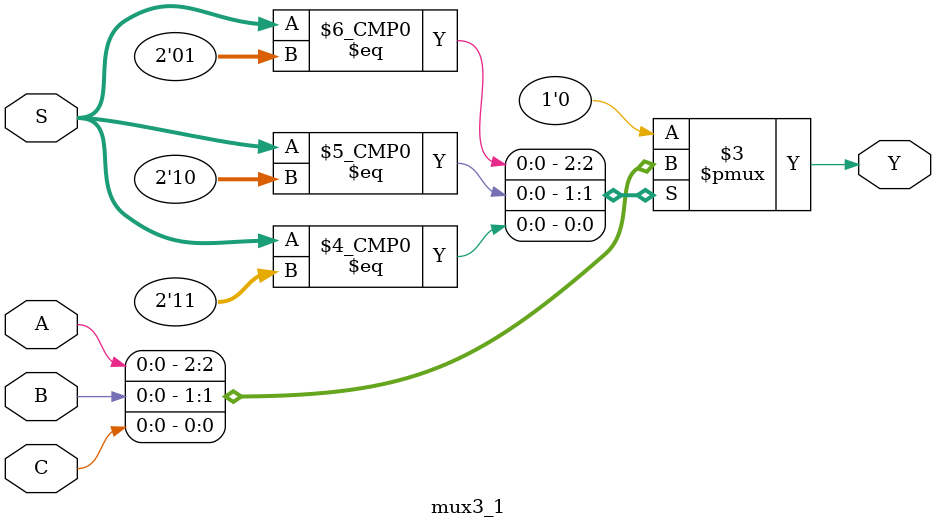
<source format=sv>
`timescale 1ns / 1ps


module mux3_1#(
        parameter WIDTH_IN = 1
)(
        input logic [WIDTH_IN-1:0] A,
        input logic [WIDTH_IN-1:0] B,
        input logic [WIDTH_IN-1:0] C,
        input logic [1:0] S,
        output logic [WIDTH_IN-1:0] Y
  );
  
  always_comb begin
    case (S)
        2'b01: Y = A;
        2'b10: Y = B;
        2'b11: Y = C;
        default: Y = {WIDTH_IN{1'b0}};
    endcase
  end
   
endmodule

</source>
